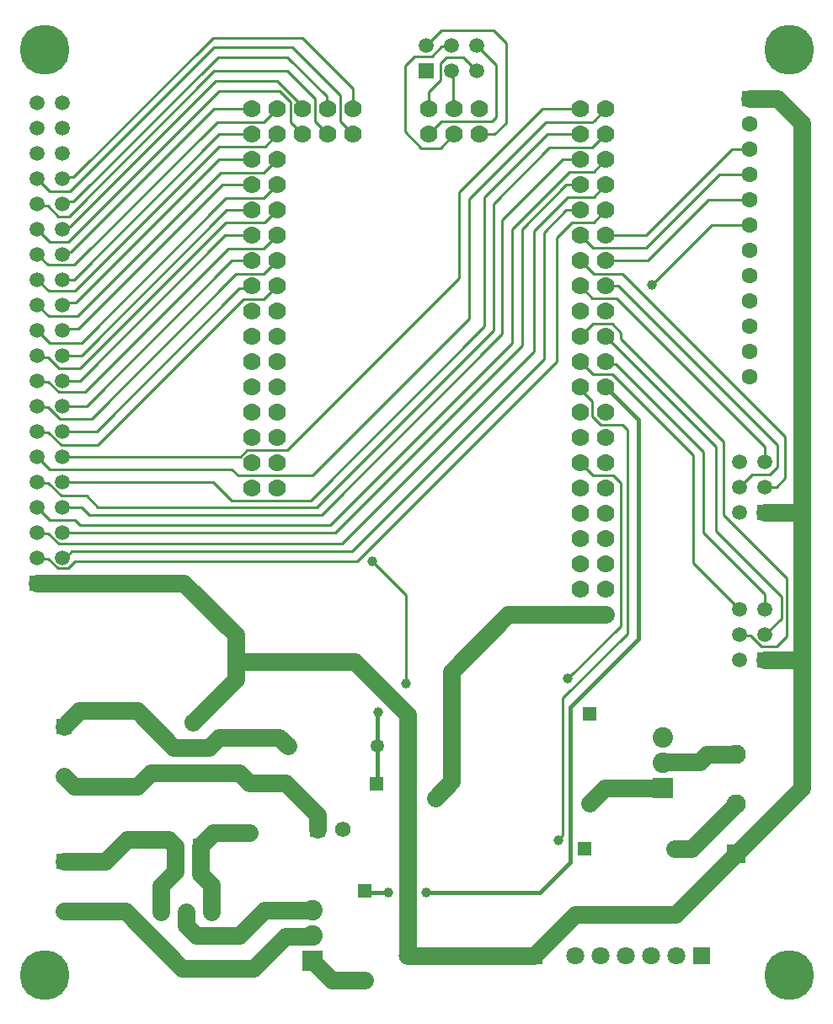
<source format=gtl>
G04*
G04 #@! TF.GenerationSoftware,Altium Limited,Altium Designer,21.9.2 (33)*
G04*
G04 Layer_Physical_Order=1*
G04 Layer_Color=255*
%FSLAX25Y25*%
%MOIN*%
G70*
G04*
G04 #@! TF.SameCoordinates,93054606-FE03-420F-9484-365B998A07D4*
G04*
G04*
G04 #@! TF.FilePolarity,Positive*
G04*
G01*
G75*
%ADD12C,0.01000*%
%ADD28R,0.06181X0.06181*%
%ADD29C,0.06181*%
%ADD33R,0.08071X0.08071*%
%ADD34C,0.08071*%
%ADD38C,0.07000*%
%ADD39C,0.01500*%
%ADD40R,0.05906X0.05906*%
%ADD41C,0.05906*%
%ADD42C,0.04724*%
%ADD43C,0.06299*%
%ADD44R,0.06299X0.06299*%
%ADD45C,0.07087*%
%ADD46R,0.07087X0.07087*%
%ADD47C,0.05315*%
%ADD48R,0.05315X0.05315*%
%ADD49R,0.05315X0.05315*%
%ADD50C,0.19685*%
%ADD51R,0.05906X0.05906*%
%ADD52C,0.07000*%
%ADD53R,0.04724X0.04724*%
%ADD54R,0.06693X0.06693*%
%ADD55C,0.06693*%
%ADD56C,0.07677*%
%ADD57R,0.07677X0.07677*%
%ADD58C,0.03937*%
D12*
X284000Y187500D02*
X308500Y163000D01*
X249849Y280151D02*
X308500Y221500D01*
X153000Y176000D02*
X166399Y162601D01*
Y127716D02*
Y162601D01*
X201451Y344951D02*
X206000Y349500D01*
X201000Y386000D02*
X206000Y381000D01*
Y349500D02*
Y381000D01*
X174500Y380000D02*
X180500Y386000D01*
X201000D01*
X182500Y375500D02*
X189000D01*
X194500Y370000D01*
X180000Y373000D02*
X182500Y375500D01*
X180633Y379633D02*
X184133D01*
X169747Y375747D02*
X176747D01*
X184133Y379633D02*
X184500Y380000D01*
X176747Y375747D02*
X180633Y379633D01*
X180000Y366289D02*
Y373000D01*
X175498Y354951D02*
Y361786D01*
X180000Y366289D01*
X180046Y339500D02*
X185498Y344951D01*
X166000Y346000D02*
X172500Y339500D01*
X180046D01*
X166000Y346000D02*
Y372000D01*
X169747Y375747D01*
X175498Y344951D02*
X180546Y350000D01*
X200414D01*
X202000Y351586D02*
Y372500D01*
X200414Y350000D02*
X202000Y351586D01*
X194500Y380000D02*
X202000Y372500D01*
X195498Y344951D02*
X201451D01*
X184999Y355450D02*
Y369501D01*
X184500Y370000D02*
X184999Y369501D01*
Y355450D02*
X185498Y354951D01*
X24753Y293247D02*
X35247D01*
X91751Y349751D02*
X110298D01*
X35247Y293247D02*
X91751Y349751D01*
X96251Y299751D02*
X110298D01*
X39500Y243000D02*
X96251Y299751D01*
X28986Y243000D02*
X39500D01*
X95000Y310000D02*
X110546D01*
X37500Y252500D02*
X95000Y310000D01*
X29164Y252500D02*
X37500D01*
X30500Y257500D02*
X38000D01*
X95451Y314951D02*
X105498D01*
X38000Y257500D02*
X95451Y314951D01*
X92451Y334951D02*
X105498D01*
X31439Y278439D02*
X35939D01*
X92451Y334951D01*
X36500Y273000D02*
X93251Y329751D01*
X110298D01*
X25000Y273000D02*
X36500D01*
X30867Y267867D02*
X36867D01*
X93951Y324951D01*
X105498D01*
X25500Y262500D02*
X38000D01*
X95251Y319751D02*
X110298D01*
X38000Y262500D02*
X95251Y319751D01*
X145498Y354951D02*
Y363002D01*
X125500Y383000D02*
X145498Y363002D01*
X90000Y383000D02*
X125500D01*
X34953Y327953D02*
X90000Y383000D01*
X33500Y322500D02*
X90500Y379500D01*
X121500D02*
X140500Y360500D01*
X90500Y379500D02*
X121500D01*
X30953Y327953D02*
X34953D01*
X30500Y327500D02*
X30953Y327953D01*
X140500Y349949D02*
X145498Y344951D01*
X140500Y349949D02*
Y360500D01*
X25500Y322500D02*
X33500D01*
X20500Y327500D02*
X25500Y322500D01*
X135049Y355400D02*
Y359951D01*
Y355400D02*
X135498Y354951D01*
X119500Y375500D02*
X135049Y359951D01*
X92000Y375500D02*
X119500D01*
X30500Y317500D02*
X31439Y318439D01*
X34939D01*
X92000Y375500D01*
X33000Y312500D02*
X90500Y370000D01*
X28914Y312500D02*
X33000D01*
X90500Y370000D02*
X119500D01*
X130500Y350000D02*
X135498Y345002D01*
Y344951D02*
Y345002D01*
X130500Y350000D02*
Y359000D01*
X119500Y370000D02*
X130500Y359000D01*
X30500Y307500D02*
X31439Y308439D01*
X33439D01*
X91000Y366000D02*
X115500D01*
X33439Y308439D02*
X91000Y366000D01*
X24852Y316561D02*
X28914Y312500D01*
X20500Y317500D02*
X21439Y316561D01*
X24852D01*
X115500Y366000D02*
X125498Y356002D01*
Y354951D02*
Y356002D01*
X90451Y354951D02*
X105498D01*
X31399Y298399D02*
X33899D01*
X30500Y297500D02*
X31399Y298399D01*
X33899D02*
X90451Y354951D01*
X121000Y349449D02*
Y349500D01*
Y349449D02*
X125498Y344951D01*
X120698Y349802D02*
X121000Y349500D01*
X116500Y362000D02*
X120698Y357802D01*
Y349802D02*
Y357802D01*
X92454Y362000D02*
X116500D01*
X32954Y302500D02*
X92454Y362000D01*
X25500Y302500D02*
X32954D01*
X20500Y307500D02*
X25500Y302500D01*
X110298Y349751D02*
X115498Y354951D01*
X20500Y297500D02*
X24753Y293247D01*
X92451Y344951D02*
X105498D01*
X35000Y287500D02*
X92451Y344951D01*
X30500Y287500D02*
X35000D01*
X35454Y283000D02*
X92606Y340151D01*
X25000Y283000D02*
X35454D01*
X92606Y340151D02*
X110698D01*
X115498Y344951D01*
X30500Y277500D02*
X31439Y278439D01*
X20500Y287500D02*
X25000Y283000D01*
X110298Y329751D02*
X115498Y334951D01*
X20500Y277500D02*
X25000Y273000D01*
X30500Y267500D02*
X30867Y267867D01*
X20500Y267500D02*
X25500Y262500D01*
X110298Y319751D02*
X115498Y324951D01*
X30500Y247500D02*
X37500D01*
X94951Y304951D02*
X105498D01*
X37500Y247500D02*
X94951Y304951D01*
X110546Y310000D02*
X115498Y314951D01*
X21289Y256711D02*
X24953D01*
X29164Y252500D01*
X20500Y257500D02*
X21289Y256711D01*
X110298Y299751D02*
X115498Y304951D01*
X20500Y247500D02*
X20967Y247033D01*
X24953D01*
X28986Y243000D01*
X97500Y295000D02*
X105449D01*
X105498Y294951D01*
X40000Y237500D02*
X97500Y295000D01*
X30500Y237500D02*
X40000D01*
X110298Y289751D02*
X115498Y294951D01*
X99251Y289751D02*
X110298D01*
X42000Y232500D02*
X99251Y289751D01*
X20967Y237033D02*
X24953D01*
X20500Y237500D02*
X20967Y237033D01*
X24953D02*
X29486Y232500D01*
X42000D01*
X104544Y283998D02*
X105498Y284951D01*
X100498Y283998D02*
X104544D01*
X44000Y227500D02*
X100498Y283998D01*
X30500Y227500D02*
X44000D01*
X24953Y227033D02*
X29986Y222000D01*
X44500D01*
X102251Y279751D01*
X110298D02*
X115498Y284951D01*
X102251Y279751D02*
X110298D01*
X20500Y227500D02*
X20967Y227033D01*
X24953D01*
X222381Y354881D02*
X222451Y354951D01*
X218500Y353000D02*
X218500D01*
X220381Y354881D01*
X222381D01*
X222451Y354951D02*
X235498D01*
X187500Y322000D02*
X218500Y353000D01*
X119353Y219853D02*
X187500Y288000D01*
Y322000D01*
X103611Y219853D02*
X119353D01*
X30500Y217500D02*
X101258D01*
X103611Y219853D01*
X40000Y202000D02*
X44500Y197500D01*
X25500Y212500D02*
X97500D01*
X44500Y197500D02*
X131000D01*
X41000Y194500D02*
X133000D01*
X90000Y207500D02*
X97349Y200151D01*
X97500Y212500D02*
X100000Y210000D01*
X133000Y194500D02*
X204500Y266000D01*
X30500Y207500D02*
X90000D01*
X38000Y197500D02*
X41000Y194500D01*
X131000Y197500D02*
X201000Y267500D01*
X20500Y217500D02*
X25500Y212500D01*
X241046Y350500D02*
X241046D01*
X221751Y349751D02*
X240298D01*
X241046Y350500D01*
X241046D02*
X245498Y354951D01*
X191500Y319500D02*
X221751Y349751D01*
X191500Y272000D02*
Y319500D01*
X129500Y210000D02*
X191500Y272000D01*
X100000Y210000D02*
X129500D01*
X197500Y320000D02*
X222451Y344951D01*
X235498D01*
X197500Y269000D02*
Y320000D01*
X128651Y200151D02*
X197500Y269000D01*
X97349Y200151D02*
X128651D01*
X204500Y266000D02*
Y311000D01*
X201000Y317500D02*
X223251Y339751D01*
X240298D02*
X245498Y344951D01*
X223251Y339751D02*
X240298D01*
X201000Y267500D02*
Y317500D01*
X204500Y311000D02*
X228451Y334951D01*
X20967Y207033D02*
X24953D01*
X29986Y202000D01*
X40000D01*
X20500Y207500D02*
X20967Y207033D01*
X35500Y176000D02*
X147000D01*
X28738Y173247D02*
X32747D01*
X147000Y176000D02*
X226000Y255000D01*
X32747Y173247D02*
X35500Y176000D01*
X30500Y177500D02*
X31797D01*
X34297Y180000D01*
X145000D01*
X221000Y256000D01*
X24953Y187033D02*
X28986Y183000D01*
X141000D02*
X217000Y259000D01*
X28986Y183000D02*
X141000D01*
X228451Y334951D02*
X235498D01*
X208500Y262500D02*
Y307500D01*
X231151Y330151D01*
X240698D01*
X136500Y190500D02*
X208500Y262500D01*
X212500Y261500D02*
Y307500D01*
X229951Y324951D01*
X138500Y187500D02*
X212500Y261500D01*
X30500Y197500D02*
X38000D01*
X240698Y330151D02*
X245498Y334951D01*
X37500Y190500D02*
X136500D01*
X35500Y192500D02*
X37500Y190500D01*
X25500Y192500D02*
X35500D01*
X20500Y197500D02*
X25500Y192500D01*
X229951Y324951D02*
X235498D01*
X217000Y259000D02*
Y306781D01*
X230371Y320151D01*
X240698D01*
X221000Y306000D02*
X229951Y314951D01*
X235498D01*
X221000Y256000D02*
Y306000D01*
X30500Y187500D02*
X138500D01*
X240698Y320151D02*
X245498Y324951D01*
X226000Y304000D02*
X232151Y310151D01*
X226000Y255000D02*
Y304000D01*
X232151Y310151D02*
X240698D01*
X20967Y187033D02*
X24953D01*
X20500Y187500D02*
X20967Y187033D01*
X240698Y310151D02*
X245498Y314951D01*
X295500Y339000D02*
X302500D01*
X261451Y304951D02*
X295500Y339000D01*
X245498Y304951D02*
X261451D01*
X261500Y300000D02*
X290500Y329000D01*
X302500D01*
X240449Y300000D02*
X261500D01*
X235498Y304951D02*
X240449Y300000D01*
X20500Y177500D02*
X20967Y177033D01*
X24953D01*
X28738Y173247D01*
X240449Y210000D02*
X248500D01*
X235498Y214951D02*
X240449Y210000D01*
X248500D02*
X251500Y207000D01*
Y150500D02*
Y207000D01*
X230633Y129633D02*
X251500Y150500D01*
X228500Y122000D02*
X254000Y147500D01*
X226909Y66076D02*
X228500Y67666D01*
X226909Y65612D02*
Y66076D01*
X228500Y67666D02*
Y122000D01*
X243500Y230000D02*
X252000D01*
X254000Y147500D02*
Y228000D01*
X252000Y230000D02*
X254000Y228000D01*
X235498Y244002D02*
X240298Y239202D01*
X235498Y244002D02*
Y244951D01*
X240298Y233202D02*
Y239202D01*
Y233202D02*
X243500Y230000D01*
X245498Y294951D02*
X262069D01*
X286118Y319000D01*
X302500D01*
X263873Y285511D02*
X287362Y309000D01*
X302500D01*
X248000Y250000D02*
X280000Y218000D01*
Y175500D02*
Y218000D01*
Y175500D02*
X298500Y157000D01*
X240449Y250000D02*
X248000D01*
X235498Y254951D02*
X240449Y250000D01*
X251500Y264000D02*
Y266500D01*
X248000Y270000D02*
X251500Y266500D01*
X240546Y270000D02*
X248000D01*
X235498Y264951D02*
X240546Y270000D01*
X251500Y264000D02*
X292000Y223500D01*
Y194500D02*
Y223500D01*
Y194500D02*
X317000Y169500D01*
Y146500D02*
Y169500D01*
X313000Y142500D02*
X317000Y146500D01*
X289000Y188000D02*
X315000Y162000D01*
Y153500D02*
Y162000D01*
X308500Y147000D02*
X315000Y153500D01*
X306986Y142500D02*
X313000D01*
X302953Y146533D02*
X306986Y142500D01*
X298967Y146533D02*
X302953D01*
X298500Y147000D02*
X298967Y146533D01*
X308500Y157000D02*
Y163000D01*
X284000Y187500D02*
Y219500D01*
X245498Y254951D02*
X246508Y253941D01*
X249559D01*
X284000Y219500D01*
X245498Y264951D02*
X289000Y221449D01*
Y188000D02*
Y221449D01*
X250549Y284951D02*
X313500Y222000D01*
X245498Y284951D02*
X250549D01*
X235498Y294951D02*
X240698Y289751D01*
X252249D01*
X316500Y225500D01*
Y209000D02*
Y225500D01*
X313500Y213500D02*
Y222000D01*
X308500Y215500D02*
Y221500D01*
X240298Y280151D02*
X249849D01*
X313000Y205500D02*
X316500Y209000D01*
X310500Y210500D02*
X313500Y213500D01*
X308500Y205500D02*
X313000D01*
X303500Y210500D02*
X310500D01*
X298500Y205500D02*
X303500Y210500D01*
X235498Y284951D02*
X240298Y280151D01*
D28*
X131500Y70000D02*
D03*
X85000Y63500D02*
D03*
D29*
X141500Y70000D02*
D03*
X75000Y63500D02*
D03*
D33*
X268197Y86500D02*
D03*
X129500Y18000D02*
D03*
D34*
X268197Y96500D02*
D03*
Y106500D02*
D03*
X129500Y38000D02*
D03*
Y28000D02*
D03*
D38*
X77842Y15157D02*
X106158D01*
X55343Y37657D02*
X77842Y15157D01*
X31000Y37657D02*
X55343D01*
X31000Y57342D02*
X47343D01*
X79500Y32100D02*
X83600Y28000D01*
X100500D01*
X79500Y32100D02*
Y37500D01*
X69500Y47750D02*
X75000Y53250D01*
X69500Y37500D02*
Y47750D01*
X75000Y53250D02*
Y63500D01*
X56000Y66000D02*
X72500D01*
X75000Y63500D01*
X47343Y57342D02*
X56000Y66000D01*
X100500Y28000D02*
X110500Y38000D01*
X129500D01*
X116284Y106500D02*
X119783Y103000D01*
X99000Y106500D02*
X116284D01*
X37157Y117000D02*
X60000D01*
X31000Y110843D02*
X37157Y117000D01*
X82000Y102500D02*
X88500D01*
X92500Y106500D02*
X99000D01*
X88500Y102500D02*
X92500Y106500D01*
X60000Y117000D02*
X74500Y102500D01*
X82000D01*
X99000Y136500D02*
X146000D01*
X82000Y112500D02*
X99000Y129500D01*
Y136500D01*
X82000Y92500D02*
X100343D01*
X104500Y88342D01*
X35157Y87000D02*
X60000D01*
X31000Y91158D02*
X35157Y87000D01*
X65500Y92500D02*
X82000D01*
X60000Y87000D02*
X65500Y92500D01*
X106158Y15157D02*
X118795Y27795D01*
X137216Y10283D02*
X150000D01*
X129500Y18000D02*
X137216Y10283D01*
X118795Y27795D02*
X129295D01*
X85000Y52500D02*
X89500Y48000D01*
Y37500D02*
Y48000D01*
X85000Y52500D02*
Y63500D01*
X90158Y68657D01*
X104500D01*
X118941Y88342D02*
X131500Y75783D01*
Y70000D02*
Y75783D01*
X104500Y88342D02*
X118941D01*
X167000Y20000D02*
X177000D01*
X167000D02*
Y115500D01*
X146000Y136500D02*
X167000Y115500D01*
X20500Y167500D02*
X30500D01*
X78500D01*
X308500Y137000D02*
X323000D01*
Y195500D01*
Y86315D02*
Y137000D01*
Y195500D02*
Y349500D01*
X308500Y195500D02*
X323000D01*
X302500Y359000D02*
X313500D01*
X323000Y349500D01*
X297000Y60315D02*
X323000Y86315D01*
X239000Y80283D02*
X245216Y86500D01*
X268197D01*
X285542Y99555D02*
X296870D01*
X297000Y99685D01*
X282692Y96705D02*
X285542Y99555D01*
X268402Y96705D02*
X282692D01*
X268197Y96500D02*
X268402Y96705D01*
X272716Y62500D02*
X279500D01*
X297000Y80000D01*
X233500Y36500D02*
X273185D01*
X297000Y60315D01*
X217000Y20000D02*
X233500Y36500D01*
X235498Y154951D02*
X245498D01*
X184500Y132500D02*
X206951Y154951D01*
X235498D01*
X184500Y89000D02*
Y132500D01*
X178000Y82500D02*
X184500Y89000D01*
X207000Y20000D02*
X217000D01*
X197000D02*
X207000D01*
X187000D02*
X197000D01*
X177000D02*
X187000D01*
X78500Y167500D02*
X99000Y147000D01*
Y136500D02*
Y147000D01*
X129295Y27795D02*
X129500Y28000D01*
D39*
X219500Y45000D02*
X231500Y57000D01*
Y118500D01*
X258500Y145500D01*
Y231949D01*
X245498Y244951D02*
X258500Y231949D01*
X150716Y45000D02*
X159500D01*
X150000Y45717D02*
X150716Y45000D01*
X174500D02*
X219500D01*
X155217Y116217D02*
X155500Y116500D01*
X155217Y103000D02*
Y116217D01*
X154717Y88000D02*
X155217Y88500D01*
Y103000D01*
D40*
X308500Y137000D02*
D03*
Y195500D02*
D03*
X30500Y167500D02*
D03*
X20500D02*
D03*
D41*
X298500Y137000D02*
D03*
X308500Y147000D02*
D03*
X298500D02*
D03*
X308500Y157000D02*
D03*
X298500D02*
D03*
Y195500D02*
D03*
X308500Y205500D02*
D03*
X298500D02*
D03*
X308500Y215500D02*
D03*
X298500D02*
D03*
X30500Y177500D02*
D03*
Y187500D02*
D03*
Y197500D02*
D03*
Y207500D02*
D03*
Y217500D02*
D03*
Y227500D02*
D03*
Y237500D02*
D03*
Y247500D02*
D03*
Y257500D02*
D03*
Y267500D02*
D03*
Y277500D02*
D03*
Y287500D02*
D03*
Y297500D02*
D03*
Y307500D02*
D03*
Y317500D02*
D03*
Y327500D02*
D03*
Y337500D02*
D03*
Y347500D02*
D03*
Y357500D02*
D03*
X20500D02*
D03*
Y347500D02*
D03*
Y337500D02*
D03*
Y327500D02*
D03*
Y317500D02*
D03*
Y307500D02*
D03*
Y297500D02*
D03*
Y287500D02*
D03*
Y277500D02*
D03*
Y267500D02*
D03*
Y257500D02*
D03*
Y247500D02*
D03*
Y237500D02*
D03*
Y227500D02*
D03*
Y217500D02*
D03*
Y207500D02*
D03*
Y197500D02*
D03*
Y187500D02*
D03*
Y177500D02*
D03*
X174500Y380000D02*
D03*
X184500Y370000D02*
D03*
Y380000D02*
D03*
X194500Y370000D02*
D03*
Y380000D02*
D03*
D42*
X99000Y106500D02*
D03*
Y136500D02*
D03*
X60000Y117000D02*
D03*
Y87000D02*
D03*
X69500Y37500D02*
D03*
X79500D02*
D03*
D43*
X31000Y91158D02*
D03*
Y37657D02*
D03*
X302500Y249000D02*
D03*
Y259000D02*
D03*
Y269000D02*
D03*
Y289000D02*
D03*
Y299000D02*
D03*
Y319000D02*
D03*
Y339000D02*
D03*
Y349000D02*
D03*
Y329000D02*
D03*
Y309000D02*
D03*
Y279000D02*
D03*
D44*
X31000Y110843D02*
D03*
Y57342D02*
D03*
X302500Y359000D02*
D03*
D45*
X233500Y20000D02*
D03*
X243500D02*
D03*
X253500D02*
D03*
X273500D02*
D03*
X263500D02*
D03*
X167000D02*
D03*
X177000D02*
D03*
X187000D02*
D03*
X207000D02*
D03*
X197000D02*
D03*
D46*
X283500D02*
D03*
X217000D02*
D03*
D47*
X155217Y103000D02*
D03*
X119283Y88000D02*
D03*
X104500Y68657D02*
D03*
X272716Y62500D02*
D03*
X239000Y80283D02*
D03*
X150000Y10283D02*
D03*
D48*
X119783Y103000D02*
D03*
X154717Y88000D02*
D03*
X237283Y62500D02*
D03*
D49*
X104500Y88342D02*
D03*
X239000Y115717D02*
D03*
X150000Y45717D02*
D03*
D50*
X318000Y12500D02*
D03*
X23500D02*
D03*
Y378500D02*
D03*
X318000D02*
D03*
D51*
X174500Y370000D02*
D03*
D52*
X235498Y154951D02*
D03*
Y164951D02*
D03*
Y184951D02*
D03*
Y174951D02*
D03*
Y194951D02*
D03*
X245498Y154951D02*
D03*
Y164951D02*
D03*
Y184951D02*
D03*
Y174951D02*
D03*
Y194951D02*
D03*
X235498Y204951D02*
D03*
Y214951D02*
D03*
Y234951D02*
D03*
Y224951D02*
D03*
Y274951D02*
D03*
Y264951D02*
D03*
Y244951D02*
D03*
Y254951D02*
D03*
Y284951D02*
D03*
Y294951D02*
D03*
Y314951D02*
D03*
Y304951D02*
D03*
Y354951D02*
D03*
Y344951D02*
D03*
Y324951D02*
D03*
Y334951D02*
D03*
X245498Y204951D02*
D03*
Y214951D02*
D03*
Y234951D02*
D03*
Y224951D02*
D03*
Y274951D02*
D03*
Y264951D02*
D03*
Y244951D02*
D03*
Y254951D02*
D03*
Y284951D02*
D03*
Y294951D02*
D03*
Y314951D02*
D03*
Y304951D02*
D03*
Y354951D02*
D03*
Y344951D02*
D03*
Y324951D02*
D03*
Y334951D02*
D03*
X195498Y354951D02*
D03*
X185498D02*
D03*
X175498D02*
D03*
X195498Y344951D02*
D03*
X185498D02*
D03*
X175498D02*
D03*
X105498Y204951D02*
D03*
Y214951D02*
D03*
Y234951D02*
D03*
Y224951D02*
D03*
Y274951D02*
D03*
Y264951D02*
D03*
Y244951D02*
D03*
Y254951D02*
D03*
Y284951D02*
D03*
Y294951D02*
D03*
Y314951D02*
D03*
Y304951D02*
D03*
Y354951D02*
D03*
Y344951D02*
D03*
Y324951D02*
D03*
Y334951D02*
D03*
X115498Y204951D02*
D03*
Y214951D02*
D03*
Y234951D02*
D03*
Y224951D02*
D03*
Y274951D02*
D03*
Y264951D02*
D03*
Y244951D02*
D03*
Y254951D02*
D03*
Y284951D02*
D03*
Y294951D02*
D03*
Y314951D02*
D03*
Y304951D02*
D03*
Y354951D02*
D03*
Y344951D02*
D03*
Y324951D02*
D03*
Y334951D02*
D03*
X145498Y354951D02*
D03*
X135498D02*
D03*
X125498D02*
D03*
X145498Y344951D02*
D03*
X135498D02*
D03*
X125498D02*
D03*
D53*
X89500Y37500D02*
D03*
D54*
X82000Y92500D02*
D03*
D55*
Y102500D02*
D03*
Y112500D02*
D03*
D56*
X297000Y80000D02*
D03*
Y99685D02*
D03*
D57*
Y60315D02*
D03*
D58*
X153000Y176000D02*
D03*
X230633Y129633D02*
D03*
X226909Y65612D02*
D03*
X159500Y45000D02*
D03*
X174500D02*
D03*
X166399Y127716D02*
D03*
X155500Y116500D02*
D03*
X263873Y285511D02*
D03*
X178000Y82500D02*
D03*
M02*

</source>
